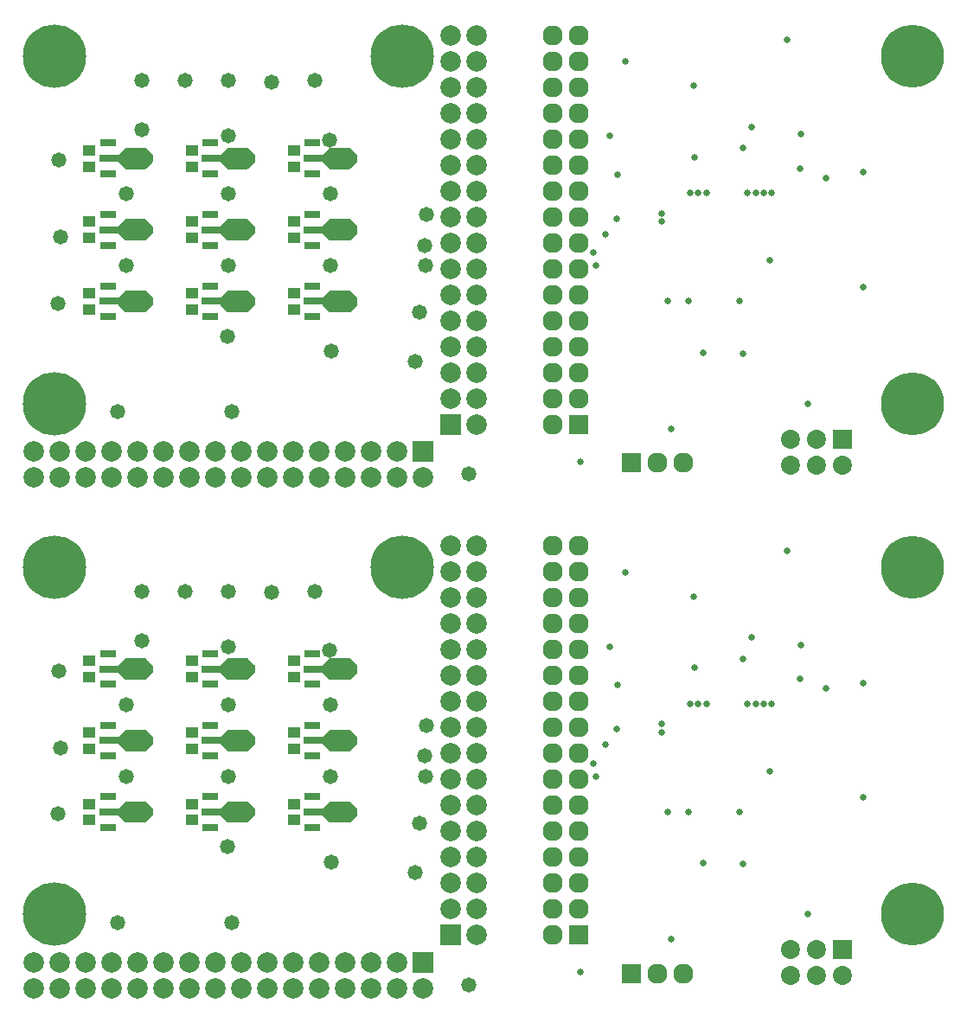
<source format=gbs>
G04 Layer_Color=16711935*
%FSLAX25Y25*%
%MOIN*%
G70*
G01*
G75*
%ADD46R,0.04737X0.04343*%
%ADD47R,0.06312X0.03162*%
%ADD48R,0.07887X0.03162*%
%ADD56C,0.24422*%
%ADD57R,0.07887X0.07887*%
%ADD58C,0.07887*%
%ADD59R,0.07887X0.07887*%
%ADD60C,0.05800*%
%ADD61C,0.07717*%
%ADD62R,0.07717X0.07717*%
%ADD63R,0.07717X0.07717*%
%ADD64C,0.07323*%
%ADD65R,0.07323X0.07323*%
%ADD66C,0.24252*%
%ADD67C,0.02598*%
G36*
X133320Y86815D02*
X133371Y86805D01*
X133421Y86788D01*
X133468Y86765D01*
X133512Y86735D01*
X133551Y86701D01*
X136110Y84142D01*
X136145Y84102D01*
X136174Y84059D01*
X136197Y84012D01*
X136214Y83962D01*
X136224Y83911D01*
X136228Y83858D01*
Y81496D01*
X136224Y81444D01*
X136214Y81392D01*
X136197Y81343D01*
X136174Y81296D01*
X136145Y81252D01*
X136110Y81213D01*
X133551Y78654D01*
X133512Y78619D01*
X133468Y78590D01*
X133421Y78567D01*
X133371Y78550D01*
X133320Y78540D01*
X133268Y78536D01*
X125787D01*
X125735Y78540D01*
X125684Y78550D01*
X125634Y78567D01*
X125587Y78590D01*
X125543Y78619D01*
X125504Y78654D01*
X122945Y81213D01*
X122910Y81252D01*
X122881Y81296D01*
X122858Y81343D01*
X122841Y81392D01*
X122831Y81444D01*
X122827Y81496D01*
Y83858D01*
X122831Y83911D01*
X122841Y83962D01*
X122858Y84012D01*
X122881Y84059D01*
X122910Y84102D01*
X122945Y84142D01*
X125504Y86701D01*
X125543Y86735D01*
X125587Y86765D01*
X125634Y86788D01*
X125684Y86805D01*
X125735Y86815D01*
X125787Y86818D01*
X133268D01*
X133320Y86815D01*
D02*
G37*
G36*
X54580Y114374D02*
X54631Y114364D01*
X54681Y114347D01*
X54728Y114324D01*
X54772Y114295D01*
X54811Y114260D01*
X57370Y111701D01*
X57405Y111661D01*
X57434Y111618D01*
X57457Y111571D01*
X57474Y111521D01*
X57484Y111470D01*
X57487Y111417D01*
Y109055D01*
X57484Y109003D01*
X57474Y108951D01*
X57457Y108902D01*
X57434Y108855D01*
X57405Y108811D01*
X57370Y108772D01*
X54811Y106213D01*
X54772Y106178D01*
X54728Y106149D01*
X54681Y106126D01*
X54631Y106109D01*
X54580Y106099D01*
X54528Y106095D01*
X47047D01*
X46995Y106099D01*
X46944Y106109D01*
X46894Y106126D01*
X46847Y106149D01*
X46803Y106178D01*
X46764Y106213D01*
X44205Y108772D01*
X44170Y108811D01*
X44141Y108855D01*
X44118Y108902D01*
X44101Y108951D01*
X44091Y109003D01*
X44087Y109055D01*
Y111417D01*
X44091Y111470D01*
X44101Y111521D01*
X44118Y111571D01*
X44141Y111618D01*
X44170Y111661D01*
X44205Y111701D01*
X46764Y114260D01*
X46803Y114295D01*
X46847Y114324D01*
X46894Y114347D01*
X46944Y114364D01*
X46995Y114374D01*
X47047Y114377D01*
X54528D01*
X54580Y114374D01*
D02*
G37*
G36*
Y86815D02*
X54631Y86805D01*
X54681Y86788D01*
X54728Y86765D01*
X54772Y86735D01*
X54811Y86701D01*
X57370Y84142D01*
X57405Y84102D01*
X57434Y84059D01*
X57457Y84012D01*
X57474Y83962D01*
X57484Y83911D01*
X57487Y83858D01*
Y81496D01*
X57484Y81444D01*
X57474Y81392D01*
X57457Y81343D01*
X57434Y81296D01*
X57405Y81252D01*
X57370Y81213D01*
X54811Y78654D01*
X54772Y78619D01*
X54728Y78590D01*
X54681Y78567D01*
X54631Y78550D01*
X54580Y78540D01*
X54528Y78536D01*
X47047D01*
X46995Y78540D01*
X46944Y78550D01*
X46894Y78567D01*
X46847Y78590D01*
X46803Y78619D01*
X46764Y78654D01*
X44205Y81213D01*
X44170Y81252D01*
X44141Y81296D01*
X44118Y81343D01*
X44101Y81392D01*
X44091Y81444D01*
X44087Y81496D01*
Y83858D01*
X44091Y83911D01*
X44101Y83962D01*
X44118Y84012D01*
X44141Y84059D01*
X44170Y84102D01*
X44205Y84142D01*
X46764Y86701D01*
X46803Y86735D01*
X46847Y86765D01*
X46894Y86788D01*
X46944Y86805D01*
X46995Y86815D01*
X47047Y86818D01*
X54528D01*
X54580Y86815D01*
D02*
G37*
G36*
X93950D02*
X94001Y86805D01*
X94051Y86788D01*
X94098Y86765D01*
X94142Y86735D01*
X94181Y86701D01*
X96740Y84142D01*
X96775Y84102D01*
X96804Y84059D01*
X96827Y84012D01*
X96844Y83962D01*
X96854Y83911D01*
X96858Y83858D01*
Y81496D01*
X96854Y81444D01*
X96844Y81392D01*
X96827Y81343D01*
X96804Y81296D01*
X96775Y81252D01*
X96740Y81213D01*
X94181Y78654D01*
X94142Y78619D01*
X94098Y78590D01*
X94051Y78567D01*
X94001Y78550D01*
X93950Y78540D01*
X93898Y78536D01*
X86417D01*
X86365Y78540D01*
X86314Y78550D01*
X86264Y78567D01*
X86217Y78590D01*
X86173Y78619D01*
X86134Y78654D01*
X83575Y81213D01*
X83540Y81252D01*
X83511Y81296D01*
X83488Y81343D01*
X83471Y81392D01*
X83461Y81444D01*
X83457Y81496D01*
Y83858D01*
X83461Y83911D01*
X83471Y83962D01*
X83488Y84012D01*
X83511Y84059D01*
X83540Y84102D01*
X83575Y84142D01*
X86134Y86701D01*
X86173Y86735D01*
X86217Y86765D01*
X86264Y86788D01*
X86314Y86805D01*
X86365Y86815D01*
X86417Y86818D01*
X93898D01*
X93950Y86815D01*
D02*
G37*
G36*
Y114374D02*
X94001Y114364D01*
X94051Y114347D01*
X94098Y114324D01*
X94142Y114295D01*
X94181Y114260D01*
X96740Y111701D01*
X96775Y111661D01*
X96804Y111618D01*
X96827Y111571D01*
X96844Y111521D01*
X96854Y111470D01*
X96858Y111417D01*
Y109055D01*
X96854Y109003D01*
X96844Y108951D01*
X96827Y108902D01*
X96804Y108855D01*
X96775Y108811D01*
X96740Y108772D01*
X94181Y106213D01*
X94142Y106178D01*
X94098Y106149D01*
X94051Y106126D01*
X94001Y106109D01*
X93950Y106099D01*
X93898Y106095D01*
X86417D01*
X86365Y106099D01*
X86314Y106109D01*
X86264Y106126D01*
X86217Y106149D01*
X86173Y106178D01*
X86134Y106213D01*
X83575Y108772D01*
X83540Y108811D01*
X83511Y108855D01*
X83488Y108902D01*
X83471Y108951D01*
X83461Y109003D01*
X83457Y109055D01*
Y111417D01*
X83461Y111470D01*
X83471Y111521D01*
X83488Y111571D01*
X83511Y111618D01*
X83540Y111661D01*
X83575Y111701D01*
X86134Y114260D01*
X86173Y114295D01*
X86217Y114324D01*
X86264Y114347D01*
X86314Y114364D01*
X86365Y114374D01*
X86417Y114377D01*
X93898D01*
X93950Y114374D01*
D02*
G37*
G36*
Y141933D02*
X94001Y141923D01*
X94051Y141906D01*
X94098Y141883D01*
X94142Y141853D01*
X94181Y141819D01*
X96740Y139260D01*
X96775Y139220D01*
X96804Y139177D01*
X96827Y139130D01*
X96844Y139080D01*
X96854Y139029D01*
X96858Y138976D01*
Y136614D01*
X96854Y136562D01*
X96844Y136511D01*
X96827Y136461D01*
X96804Y136414D01*
X96775Y136370D01*
X96740Y136331D01*
X94181Y133772D01*
X94142Y133737D01*
X94098Y133708D01*
X94051Y133685D01*
X94001Y133668D01*
X93950Y133658D01*
X93898Y133654D01*
X86417D01*
X86365Y133658D01*
X86314Y133668D01*
X86264Y133685D01*
X86217Y133708D01*
X86173Y133737D01*
X86134Y133772D01*
X83575Y136331D01*
X83540Y136370D01*
X83511Y136414D01*
X83488Y136461D01*
X83471Y136511D01*
X83461Y136562D01*
X83457Y136614D01*
Y138976D01*
X83461Y139029D01*
X83471Y139080D01*
X83488Y139130D01*
X83511Y139177D01*
X83540Y139220D01*
X83575Y139260D01*
X86134Y141819D01*
X86173Y141853D01*
X86217Y141883D01*
X86264Y141906D01*
X86314Y141923D01*
X86365Y141933D01*
X86417Y141936D01*
X93898D01*
X93950Y141933D01*
D02*
G37*
G36*
X133320D02*
X133371Y141923D01*
X133421Y141906D01*
X133468Y141883D01*
X133512Y141853D01*
X133551Y141819D01*
X136110Y139260D01*
X136145Y139220D01*
X136174Y139177D01*
X136197Y139130D01*
X136214Y139080D01*
X136224Y139029D01*
X136228Y138976D01*
Y136614D01*
X136224Y136562D01*
X136214Y136511D01*
X136197Y136461D01*
X136174Y136414D01*
X136145Y136370D01*
X136110Y136331D01*
X133551Y133772D01*
X133512Y133737D01*
X133468Y133708D01*
X133421Y133685D01*
X133371Y133668D01*
X133320Y133658D01*
X133268Y133654D01*
X125787D01*
X125735Y133658D01*
X125684Y133668D01*
X125634Y133685D01*
X125587Y133708D01*
X125543Y133737D01*
X125504Y133772D01*
X122945Y136331D01*
X122910Y136370D01*
X122881Y136414D01*
X122858Y136461D01*
X122841Y136511D01*
X122831Y136562D01*
X122827Y136614D01*
Y138976D01*
X122831Y139029D01*
X122841Y139080D01*
X122858Y139130D01*
X122881Y139177D01*
X122910Y139220D01*
X122945Y139260D01*
X125504Y141819D01*
X125543Y141853D01*
X125587Y141883D01*
X125634Y141906D01*
X125684Y141923D01*
X125735Y141933D01*
X125787Y141936D01*
X133268D01*
X133320Y141933D01*
D02*
G37*
G36*
X133362Y114374D02*
X133414Y114364D01*
X133464Y114347D01*
X133511Y114324D01*
X133554Y114295D01*
X133594Y114260D01*
X136153Y111701D01*
X136187Y111661D01*
X136216Y111618D01*
X136240Y111571D01*
X136256Y111521D01*
X136267Y111470D01*
X136270Y111417D01*
Y109055D01*
X136267Y109003D01*
X136256Y108951D01*
X136240Y108902D01*
X136216Y108855D01*
X136187Y108811D01*
X136153Y108772D01*
X133594Y106213D01*
X133554Y106178D01*
X133511Y106149D01*
X133464Y106126D01*
X133414Y106109D01*
X133362Y106099D01*
X133310Y106095D01*
X125830D01*
X125777Y106099D01*
X125726Y106109D01*
X125676Y106126D01*
X125629Y106149D01*
X125586Y106178D01*
X125546Y106213D01*
X122987Y108772D01*
X122953Y108811D01*
X122924Y108855D01*
X122900Y108902D01*
X122884Y108951D01*
X122873Y109003D01*
X122870Y109055D01*
Y111417D01*
X122873Y111470D01*
X122884Y111521D01*
X122900Y111571D01*
X122924Y111618D01*
X122953Y111661D01*
X122987Y111701D01*
X125546Y114260D01*
X125586Y114295D01*
X125629Y114324D01*
X125676Y114347D01*
X125726Y114364D01*
X125777Y114374D01*
X125830Y114377D01*
X133310D01*
X133362Y114374D01*
D02*
G37*
G36*
X54580Y141933D02*
X54631Y141923D01*
X54681Y141906D01*
X54728Y141883D01*
X54772Y141853D01*
X54811Y141819D01*
X57370Y139260D01*
X57405Y139220D01*
X57434Y139177D01*
X57457Y139130D01*
X57474Y139080D01*
X57484Y139029D01*
X57487Y138976D01*
Y136614D01*
X57484Y136562D01*
X57474Y136511D01*
X57457Y136461D01*
X57434Y136414D01*
X57405Y136370D01*
X57370Y136331D01*
X54811Y133772D01*
X54772Y133737D01*
X54728Y133708D01*
X54681Y133685D01*
X54631Y133668D01*
X54580Y133658D01*
X54528Y133654D01*
X47047D01*
X46995Y133658D01*
X46944Y133668D01*
X46894Y133685D01*
X46847Y133708D01*
X46803Y133737D01*
X46764Y133772D01*
X44205Y136331D01*
X44170Y136370D01*
X44141Y136414D01*
X44118Y136461D01*
X44101Y136511D01*
X44091Y136562D01*
X44087Y136614D01*
Y138976D01*
X44091Y139029D01*
X44101Y139080D01*
X44118Y139130D01*
X44141Y139177D01*
X44170Y139220D01*
X44205Y139260D01*
X46764Y141819D01*
X46803Y141853D01*
X46847Y141883D01*
X46894Y141906D01*
X46944Y141923D01*
X46995Y141933D01*
X47047Y141936D01*
X54528D01*
X54580Y141933D01*
D02*
G37*
G36*
X133320Y283665D02*
X133371Y283655D01*
X133421Y283638D01*
X133468Y283615D01*
X133512Y283586D01*
X133551Y283551D01*
X136110Y280992D01*
X136145Y280953D01*
X136174Y280909D01*
X136197Y280862D01*
X136214Y280813D01*
X136224Y280761D01*
X136228Y280709D01*
Y278346D01*
X136224Y278294D01*
X136214Y278243D01*
X136197Y278193D01*
X136174Y278146D01*
X136145Y278102D01*
X136110Y278063D01*
X133551Y275504D01*
X133512Y275469D01*
X133468Y275440D01*
X133421Y275417D01*
X133371Y275400D01*
X133320Y275390D01*
X133268Y275387D01*
X125787D01*
X125735Y275390D01*
X125684Y275400D01*
X125634Y275417D01*
X125587Y275440D01*
X125543Y275469D01*
X125504Y275504D01*
X122945Y278063D01*
X122910Y278102D01*
X122881Y278146D01*
X122858Y278193D01*
X122841Y278243D01*
X122831Y278294D01*
X122827Y278346D01*
Y280709D01*
X122831Y280761D01*
X122841Y280813D01*
X122858Y280862D01*
X122881Y280909D01*
X122910Y280953D01*
X122945Y280992D01*
X125504Y283551D01*
X125543Y283586D01*
X125587Y283615D01*
X125634Y283638D01*
X125684Y283655D01*
X125735Y283665D01*
X125787Y283669D01*
X133268D01*
X133320Y283665D01*
D02*
G37*
G36*
X54580Y311224D02*
X54631Y311214D01*
X54681Y311197D01*
X54728Y311174D01*
X54772Y311145D01*
X54811Y311110D01*
X57370Y308551D01*
X57405Y308512D01*
X57434Y308468D01*
X57457Y308421D01*
X57474Y308371D01*
X57484Y308320D01*
X57487Y308268D01*
Y305906D01*
X57484Y305853D01*
X57474Y305802D01*
X57457Y305752D01*
X57434Y305705D01*
X57405Y305662D01*
X57370Y305622D01*
X54811Y303063D01*
X54772Y303028D01*
X54728Y302999D01*
X54681Y302976D01*
X54631Y302959D01*
X54580Y302949D01*
X54528Y302946D01*
X47047D01*
X46995Y302949D01*
X46944Y302959D01*
X46894Y302976D01*
X46847Y302999D01*
X46803Y303028D01*
X46764Y303063D01*
X44205Y305622D01*
X44170Y305662D01*
X44141Y305705D01*
X44118Y305752D01*
X44101Y305802D01*
X44091Y305853D01*
X44087Y305906D01*
Y308268D01*
X44091Y308320D01*
X44101Y308371D01*
X44118Y308421D01*
X44141Y308468D01*
X44170Y308512D01*
X44205Y308551D01*
X46764Y311110D01*
X46803Y311145D01*
X46847Y311174D01*
X46894Y311197D01*
X46944Y311214D01*
X46995Y311224D01*
X47047Y311228D01*
X54528D01*
X54580Y311224D01*
D02*
G37*
G36*
Y283665D02*
X54631Y283655D01*
X54681Y283638D01*
X54728Y283615D01*
X54772Y283586D01*
X54811Y283551D01*
X57370Y280992D01*
X57405Y280953D01*
X57434Y280909D01*
X57457Y280862D01*
X57474Y280813D01*
X57484Y280761D01*
X57487Y280709D01*
Y278346D01*
X57484Y278294D01*
X57474Y278243D01*
X57457Y278193D01*
X57434Y278146D01*
X57405Y278102D01*
X57370Y278063D01*
X54811Y275504D01*
X54772Y275469D01*
X54728Y275440D01*
X54681Y275417D01*
X54631Y275400D01*
X54580Y275390D01*
X54528Y275387D01*
X47047D01*
X46995Y275390D01*
X46944Y275400D01*
X46894Y275417D01*
X46847Y275440D01*
X46803Y275469D01*
X46764Y275504D01*
X44205Y278063D01*
X44170Y278102D01*
X44141Y278146D01*
X44118Y278193D01*
X44101Y278243D01*
X44091Y278294D01*
X44087Y278346D01*
Y280709D01*
X44091Y280761D01*
X44101Y280813D01*
X44118Y280862D01*
X44141Y280909D01*
X44170Y280953D01*
X44205Y280992D01*
X46764Y283551D01*
X46803Y283586D01*
X46847Y283615D01*
X46894Y283638D01*
X46944Y283655D01*
X46995Y283665D01*
X47047Y283669D01*
X54528D01*
X54580Y283665D01*
D02*
G37*
G36*
X93950D02*
X94001Y283655D01*
X94051Y283638D01*
X94098Y283615D01*
X94142Y283586D01*
X94181Y283551D01*
X96740Y280992D01*
X96775Y280953D01*
X96804Y280909D01*
X96827Y280862D01*
X96844Y280813D01*
X96854Y280761D01*
X96858Y280709D01*
Y278346D01*
X96854Y278294D01*
X96844Y278243D01*
X96827Y278193D01*
X96804Y278146D01*
X96775Y278102D01*
X96740Y278063D01*
X94181Y275504D01*
X94142Y275469D01*
X94098Y275440D01*
X94051Y275417D01*
X94001Y275400D01*
X93950Y275390D01*
X93898Y275387D01*
X86417D01*
X86365Y275390D01*
X86314Y275400D01*
X86264Y275417D01*
X86217Y275440D01*
X86173Y275469D01*
X86134Y275504D01*
X83575Y278063D01*
X83540Y278102D01*
X83511Y278146D01*
X83488Y278193D01*
X83471Y278243D01*
X83461Y278294D01*
X83457Y278346D01*
Y280709D01*
X83461Y280761D01*
X83471Y280813D01*
X83488Y280862D01*
X83511Y280909D01*
X83540Y280953D01*
X83575Y280992D01*
X86134Y283551D01*
X86173Y283586D01*
X86217Y283615D01*
X86264Y283638D01*
X86314Y283655D01*
X86365Y283665D01*
X86417Y283669D01*
X93898D01*
X93950Y283665D01*
D02*
G37*
G36*
Y311224D02*
X94001Y311214D01*
X94051Y311197D01*
X94098Y311174D01*
X94142Y311145D01*
X94181Y311110D01*
X96740Y308551D01*
X96775Y308512D01*
X96804Y308468D01*
X96827Y308421D01*
X96844Y308371D01*
X96854Y308320D01*
X96858Y308268D01*
Y305906D01*
X96854Y305853D01*
X96844Y305802D01*
X96827Y305752D01*
X96804Y305705D01*
X96775Y305662D01*
X96740Y305622D01*
X94181Y303063D01*
X94142Y303028D01*
X94098Y302999D01*
X94051Y302976D01*
X94001Y302959D01*
X93950Y302949D01*
X93898Y302946D01*
X86417D01*
X86365Y302949D01*
X86314Y302959D01*
X86264Y302976D01*
X86217Y302999D01*
X86173Y303028D01*
X86134Y303063D01*
X83575Y305622D01*
X83540Y305662D01*
X83511Y305705D01*
X83488Y305752D01*
X83471Y305802D01*
X83461Y305853D01*
X83457Y305906D01*
Y308268D01*
X83461Y308320D01*
X83471Y308371D01*
X83488Y308421D01*
X83511Y308468D01*
X83540Y308512D01*
X83575Y308551D01*
X86134Y311110D01*
X86173Y311145D01*
X86217Y311174D01*
X86264Y311197D01*
X86314Y311214D01*
X86365Y311224D01*
X86417Y311228D01*
X93898D01*
X93950Y311224D01*
D02*
G37*
G36*
Y338783D02*
X94001Y338773D01*
X94051Y338756D01*
X94098Y338733D01*
X94142Y338704D01*
X94181Y338669D01*
X96740Y336110D01*
X96775Y336071D01*
X96804Y336027D01*
X96827Y335980D01*
X96844Y335931D01*
X96854Y335879D01*
X96858Y335827D01*
Y333465D01*
X96854Y333412D01*
X96844Y333361D01*
X96827Y333311D01*
X96804Y333264D01*
X96775Y333221D01*
X96740Y333181D01*
X94181Y330622D01*
X94142Y330588D01*
X94098Y330558D01*
X94051Y330535D01*
X94001Y330518D01*
X93950Y330508D01*
X93898Y330505D01*
X86417D01*
X86365Y330508D01*
X86314Y330518D01*
X86264Y330535D01*
X86217Y330558D01*
X86173Y330588D01*
X86134Y330622D01*
X83575Y333181D01*
X83540Y333221D01*
X83511Y333264D01*
X83488Y333311D01*
X83471Y333361D01*
X83461Y333412D01*
X83457Y333465D01*
Y335827D01*
X83461Y335879D01*
X83471Y335931D01*
X83488Y335980D01*
X83511Y336027D01*
X83540Y336071D01*
X83575Y336110D01*
X86134Y338669D01*
X86173Y338704D01*
X86217Y338733D01*
X86264Y338756D01*
X86314Y338773D01*
X86365Y338783D01*
X86417Y338787D01*
X93898D01*
X93950Y338783D01*
D02*
G37*
G36*
X133320D02*
X133371Y338773D01*
X133421Y338756D01*
X133468Y338733D01*
X133512Y338704D01*
X133551Y338669D01*
X136110Y336110D01*
X136145Y336071D01*
X136174Y336027D01*
X136197Y335980D01*
X136214Y335931D01*
X136224Y335879D01*
X136228Y335827D01*
Y333465D01*
X136224Y333412D01*
X136214Y333361D01*
X136197Y333311D01*
X136174Y333264D01*
X136145Y333221D01*
X136110Y333181D01*
X133551Y330622D01*
X133512Y330588D01*
X133468Y330558D01*
X133421Y330535D01*
X133371Y330518D01*
X133320Y330508D01*
X133268Y330505D01*
X125787D01*
X125735Y330508D01*
X125684Y330518D01*
X125634Y330535D01*
X125587Y330558D01*
X125543Y330588D01*
X125504Y330622D01*
X122945Y333181D01*
X122910Y333221D01*
X122881Y333264D01*
X122858Y333311D01*
X122841Y333361D01*
X122831Y333412D01*
X122827Y333465D01*
Y335827D01*
X122831Y335879D01*
X122841Y335931D01*
X122858Y335980D01*
X122881Y336027D01*
X122910Y336071D01*
X122945Y336110D01*
X125504Y338669D01*
X125543Y338704D01*
X125587Y338733D01*
X125634Y338756D01*
X125684Y338773D01*
X125735Y338783D01*
X125787Y338787D01*
X133268D01*
X133320Y338783D01*
D02*
G37*
G36*
X133362Y311224D02*
X133414Y311214D01*
X133464Y311197D01*
X133511Y311174D01*
X133554Y311145D01*
X133594Y311110D01*
X136153Y308551D01*
X136187Y308512D01*
X136216Y308468D01*
X136240Y308421D01*
X136256Y308371D01*
X136267Y308320D01*
X136270Y308268D01*
Y305906D01*
X136267Y305853D01*
X136256Y305802D01*
X136240Y305752D01*
X136216Y305705D01*
X136187Y305662D01*
X136153Y305622D01*
X133594Y303063D01*
X133554Y303028D01*
X133511Y302999D01*
X133464Y302976D01*
X133414Y302959D01*
X133362Y302949D01*
X133310Y302946D01*
X125830D01*
X125777Y302949D01*
X125726Y302959D01*
X125676Y302976D01*
X125629Y302999D01*
X125586Y303028D01*
X125546Y303063D01*
X122987Y305622D01*
X122953Y305662D01*
X122924Y305705D01*
X122900Y305752D01*
X122884Y305802D01*
X122873Y305853D01*
X122870Y305906D01*
Y308268D01*
X122873Y308320D01*
X122884Y308371D01*
X122900Y308421D01*
X122924Y308468D01*
X122953Y308512D01*
X122987Y308551D01*
X125546Y311110D01*
X125586Y311145D01*
X125629Y311174D01*
X125676Y311197D01*
X125726Y311214D01*
X125777Y311224D01*
X125830Y311228D01*
X133310D01*
X133362Y311224D01*
D02*
G37*
G36*
X54580Y338783D02*
X54631Y338773D01*
X54681Y338756D01*
X54728Y338733D01*
X54772Y338704D01*
X54811Y338669D01*
X57370Y336110D01*
X57405Y336071D01*
X57434Y336027D01*
X57457Y335980D01*
X57474Y335931D01*
X57484Y335879D01*
X57487Y335827D01*
Y333465D01*
X57484Y333412D01*
X57474Y333361D01*
X57457Y333311D01*
X57434Y333264D01*
X57405Y333221D01*
X57370Y333181D01*
X54811Y330622D01*
X54772Y330588D01*
X54728Y330558D01*
X54681Y330535D01*
X54631Y330518D01*
X54580Y330508D01*
X54528Y330505D01*
X47047D01*
X46995Y330508D01*
X46944Y330518D01*
X46894Y330535D01*
X46847Y330558D01*
X46803Y330588D01*
X46764Y330622D01*
X44205Y333181D01*
X44170Y333221D01*
X44141Y333264D01*
X44118Y333311D01*
X44101Y333361D01*
X44091Y333412D01*
X44087Y333465D01*
Y335827D01*
X44091Y335879D01*
X44101Y335931D01*
X44118Y335980D01*
X44141Y336027D01*
X44170Y336071D01*
X44205Y336110D01*
X46764Y338669D01*
X46803Y338704D01*
X46847Y338733D01*
X46894Y338756D01*
X46944Y338773D01*
X46995Y338783D01*
X47047Y338787D01*
X54528D01*
X54580Y338783D01*
D02*
G37*
D46*
X72441Y134646D02*
D03*
Y140945D02*
D03*
Y107087D02*
D03*
Y113386D02*
D03*
Y79528D02*
D03*
Y85827D02*
D03*
X111811Y134646D02*
D03*
Y140945D02*
D03*
Y107087D02*
D03*
Y113386D02*
D03*
Y79528D02*
D03*
Y85827D02*
D03*
X33071Y79528D02*
D03*
Y85827D02*
D03*
Y107087D02*
D03*
Y113386D02*
D03*
Y134646D02*
D03*
Y140945D02*
D03*
X72441Y331496D02*
D03*
Y337795D02*
D03*
Y303937D02*
D03*
Y310236D02*
D03*
Y276378D02*
D03*
Y282677D02*
D03*
X111811Y331496D02*
D03*
Y337795D02*
D03*
Y303937D02*
D03*
Y310236D02*
D03*
Y276378D02*
D03*
Y282677D02*
D03*
X33071Y276378D02*
D03*
Y282677D02*
D03*
Y303937D02*
D03*
Y310236D02*
D03*
Y331496D02*
D03*
Y337795D02*
D03*
D47*
X40157Y143701D02*
D03*
Y131890D02*
D03*
Y116142D02*
D03*
Y104331D02*
D03*
Y88583D02*
D03*
Y76772D02*
D03*
X79528Y88583D02*
D03*
Y76772D02*
D03*
Y116142D02*
D03*
Y104331D02*
D03*
Y143701D02*
D03*
Y131890D02*
D03*
X118898Y143701D02*
D03*
Y131890D02*
D03*
X118940Y116142D02*
D03*
Y104331D02*
D03*
X118898Y88583D02*
D03*
Y76772D02*
D03*
X40157Y340551D02*
D03*
Y328740D02*
D03*
Y312992D02*
D03*
Y301181D02*
D03*
Y285433D02*
D03*
Y273622D02*
D03*
X79528Y285433D02*
D03*
Y273622D02*
D03*
Y312992D02*
D03*
Y301181D02*
D03*
Y340551D02*
D03*
Y328740D02*
D03*
X118898Y340551D02*
D03*
Y328740D02*
D03*
X118940Y312992D02*
D03*
Y301181D02*
D03*
X118898Y285433D02*
D03*
Y273622D02*
D03*
D48*
X40945Y137795D02*
D03*
Y110236D02*
D03*
Y82677D02*
D03*
X80315D02*
D03*
Y110236D02*
D03*
Y137795D02*
D03*
X119685D02*
D03*
X119728Y110236D02*
D03*
X119685Y82677D02*
D03*
X40945Y334646D02*
D03*
Y307087D02*
D03*
Y279528D02*
D03*
X80315D02*
D03*
Y307087D02*
D03*
Y334646D02*
D03*
X119685D02*
D03*
X119728Y307087D02*
D03*
X119685Y279528D02*
D03*
D56*
X153543Y177165D02*
D03*
X19685Y43307D02*
D03*
Y177165D02*
D03*
X153543Y374016D02*
D03*
X19685Y240158D02*
D03*
Y374016D02*
D03*
D57*
X172165Y35236D02*
D03*
Y232087D02*
D03*
D58*
Y45236D02*
D03*
Y55236D02*
D03*
Y65236D02*
D03*
Y75236D02*
D03*
Y85236D02*
D03*
Y95236D02*
D03*
Y105236D02*
D03*
Y115236D02*
D03*
Y125236D02*
D03*
Y135236D02*
D03*
Y145236D02*
D03*
Y155236D02*
D03*
Y165236D02*
D03*
Y175236D02*
D03*
Y185236D02*
D03*
X182165Y35236D02*
D03*
Y45236D02*
D03*
Y55236D02*
D03*
Y65236D02*
D03*
Y75236D02*
D03*
Y85236D02*
D03*
Y95236D02*
D03*
Y105236D02*
D03*
Y115236D02*
D03*
Y125236D02*
D03*
Y135236D02*
D03*
Y145236D02*
D03*
Y155236D02*
D03*
Y165236D02*
D03*
Y175236D02*
D03*
Y185236D02*
D03*
X11614Y24685D02*
D03*
X21614D02*
D03*
X31614D02*
D03*
X41614D02*
D03*
X51614D02*
D03*
X61614D02*
D03*
X71614D02*
D03*
X81614D02*
D03*
X91614D02*
D03*
X101614D02*
D03*
X111614D02*
D03*
X121614D02*
D03*
X131614D02*
D03*
X141614D02*
D03*
X151614D02*
D03*
X161614Y14685D02*
D03*
X151614D02*
D03*
X141614D02*
D03*
X131614D02*
D03*
X121614D02*
D03*
X111614D02*
D03*
X101614D02*
D03*
X91614D02*
D03*
X81614D02*
D03*
X71614D02*
D03*
X61614D02*
D03*
X51614D02*
D03*
X41614D02*
D03*
X31614D02*
D03*
X21614D02*
D03*
X11614D02*
D03*
X172165Y242087D02*
D03*
Y252087D02*
D03*
Y262087D02*
D03*
Y272087D02*
D03*
Y282087D02*
D03*
Y292087D02*
D03*
Y302087D02*
D03*
Y312087D02*
D03*
Y322087D02*
D03*
Y332087D02*
D03*
Y342087D02*
D03*
Y352087D02*
D03*
Y362087D02*
D03*
Y372087D02*
D03*
Y382087D02*
D03*
X182165Y232087D02*
D03*
Y242087D02*
D03*
Y252087D02*
D03*
Y262087D02*
D03*
Y272087D02*
D03*
Y282087D02*
D03*
Y292087D02*
D03*
Y302087D02*
D03*
Y312087D02*
D03*
Y322087D02*
D03*
Y332087D02*
D03*
Y342087D02*
D03*
Y352087D02*
D03*
Y362087D02*
D03*
Y372087D02*
D03*
Y382087D02*
D03*
X11614Y221535D02*
D03*
X21614D02*
D03*
X31614D02*
D03*
X41614D02*
D03*
X51614D02*
D03*
X61614D02*
D03*
X71614D02*
D03*
X81614D02*
D03*
X91614D02*
D03*
X101614D02*
D03*
X111614D02*
D03*
X121614D02*
D03*
X131614D02*
D03*
X141614D02*
D03*
X151614D02*
D03*
X161614Y211536D02*
D03*
X151614D02*
D03*
X141614D02*
D03*
X131614D02*
D03*
X121614D02*
D03*
X111614D02*
D03*
X101614D02*
D03*
X91614D02*
D03*
X81614D02*
D03*
X71614D02*
D03*
X61614D02*
D03*
X51614D02*
D03*
X41614D02*
D03*
X31614D02*
D03*
X21614D02*
D03*
X11614D02*
D03*
D59*
X161614Y24685D02*
D03*
Y221535D02*
D03*
D60*
X179232Y16043D02*
D03*
X53150Y167717D02*
D03*
Y148819D02*
D03*
X86614Y146457D02*
D03*
X125591Y144882D02*
D03*
X162992Y116142D02*
D03*
X158661Y59449D02*
D03*
X160236Y78347D02*
D03*
X44094Y40157D02*
D03*
X20866Y81890D02*
D03*
X22047Y107480D02*
D03*
X21260Y137008D02*
D03*
X126378Y63386D02*
D03*
X87795Y40157D02*
D03*
X125984Y96457D02*
D03*
X86614D02*
D03*
X47244D02*
D03*
Y124016D02*
D03*
X86614D02*
D03*
X125984D02*
D03*
X162599Y96457D02*
D03*
X162205Y104331D02*
D03*
X86221Y69291D02*
D03*
X69882Y167717D02*
D03*
X120079D02*
D03*
X86614D02*
D03*
X103347Y167323D02*
D03*
X179232Y212894D02*
D03*
X53150Y364567D02*
D03*
Y345669D02*
D03*
X86614Y343307D02*
D03*
X125591Y341732D02*
D03*
X162992Y312992D02*
D03*
X158661Y256299D02*
D03*
X160236Y275197D02*
D03*
X44094Y237008D02*
D03*
X20866Y278740D02*
D03*
X22047Y304331D02*
D03*
X21260Y333858D02*
D03*
X126378Y260236D02*
D03*
X87795Y237008D02*
D03*
X125984Y293307D02*
D03*
X86614D02*
D03*
X47244D02*
D03*
Y320866D02*
D03*
X86614D02*
D03*
X125984D02*
D03*
X162599Y293307D02*
D03*
X162205Y301181D02*
D03*
X86221Y266142D02*
D03*
X69882Y364567D02*
D03*
X120079D02*
D03*
X86614D02*
D03*
X103347Y364173D02*
D03*
D61*
X211536Y185236D02*
D03*
Y175236D02*
D03*
Y165236D02*
D03*
Y155236D02*
D03*
Y145236D02*
D03*
Y135236D02*
D03*
Y125236D02*
D03*
Y115236D02*
D03*
Y105236D02*
D03*
Y95236D02*
D03*
Y85236D02*
D03*
Y75236D02*
D03*
Y65236D02*
D03*
Y55236D02*
D03*
Y45236D02*
D03*
Y35236D02*
D03*
X221535Y45236D02*
D03*
Y55236D02*
D03*
Y65236D02*
D03*
Y75236D02*
D03*
Y85236D02*
D03*
Y95236D02*
D03*
Y105236D02*
D03*
Y115236D02*
D03*
Y125236D02*
D03*
Y135236D02*
D03*
Y145236D02*
D03*
Y155236D02*
D03*
Y165236D02*
D03*
Y175236D02*
D03*
Y185236D02*
D03*
X261968Y20472D02*
D03*
X251969D02*
D03*
X211536Y382087D02*
D03*
Y372087D02*
D03*
Y362087D02*
D03*
Y352087D02*
D03*
Y342087D02*
D03*
Y332087D02*
D03*
Y322087D02*
D03*
Y312087D02*
D03*
Y302087D02*
D03*
Y292087D02*
D03*
Y282087D02*
D03*
Y272087D02*
D03*
Y262087D02*
D03*
Y252087D02*
D03*
Y242087D02*
D03*
Y232087D02*
D03*
X221535Y242087D02*
D03*
Y252087D02*
D03*
Y262087D02*
D03*
Y272087D02*
D03*
Y282087D02*
D03*
Y292087D02*
D03*
Y302087D02*
D03*
Y312087D02*
D03*
Y322087D02*
D03*
Y332087D02*
D03*
Y342087D02*
D03*
Y352087D02*
D03*
Y362087D02*
D03*
Y372087D02*
D03*
Y382087D02*
D03*
X261968Y217323D02*
D03*
X251969D02*
D03*
D62*
X221535Y35236D02*
D03*
Y232087D02*
D03*
D63*
X241968Y20472D02*
D03*
Y217323D02*
D03*
D64*
X303228Y19528D02*
D03*
Y29528D02*
D03*
X313228Y19528D02*
D03*
Y29528D02*
D03*
X323228Y19528D02*
D03*
X303228Y216378D02*
D03*
Y226378D02*
D03*
X313228Y216378D02*
D03*
Y226378D02*
D03*
X323228Y216378D02*
D03*
D65*
Y29528D02*
D03*
Y226378D02*
D03*
D66*
X350394Y43307D02*
D03*
Y177165D02*
D03*
Y240158D02*
D03*
Y374016D02*
D03*
D67*
X331398Y88189D02*
D03*
Y132480D02*
D03*
X257283Y33563D02*
D03*
X231890Y108563D02*
D03*
X227362Y101378D02*
D03*
X228150Y96358D02*
D03*
X233465Y146358D02*
D03*
X265945Y165748D02*
D03*
X222244Y20965D02*
D03*
X236221Y114665D02*
D03*
X239665Y175099D02*
D03*
X270866Y124508D02*
D03*
X267717Y124508D02*
D03*
X264567D02*
D03*
X292913D02*
D03*
X296063D02*
D03*
X295276Y98425D02*
D03*
X289764Y124508D02*
D03*
X286614D02*
D03*
X253445Y113386D02*
D03*
Y116535D02*
D03*
X236516Y131595D02*
D03*
X307087Y133858D02*
D03*
X263780Y82677D02*
D03*
X301969Y183465D02*
D03*
X288189Y150000D02*
D03*
X255906Y82677D02*
D03*
X316929Y130315D02*
D03*
X285039Y62599D02*
D03*
X269685Y62992D02*
D03*
X310039Y43307D02*
D03*
X283465Y82677D02*
D03*
X307185Y147047D02*
D03*
X284941Y141732D02*
D03*
X266142Y138287D02*
D03*
X331398Y285039D02*
D03*
Y329331D02*
D03*
X257283Y230414D02*
D03*
X231890Y305414D02*
D03*
X227362Y298228D02*
D03*
X228150Y293209D02*
D03*
X233465Y343209D02*
D03*
X265945Y362598D02*
D03*
X222244Y217815D02*
D03*
X236221Y311516D02*
D03*
X239665Y371949D02*
D03*
X270866Y321358D02*
D03*
X267717Y321358D02*
D03*
X264567D02*
D03*
X292913D02*
D03*
X296063D02*
D03*
X295276Y295276D02*
D03*
X289764Y321358D02*
D03*
X286614D02*
D03*
X253445Y310236D02*
D03*
Y313386D02*
D03*
X236516Y328445D02*
D03*
X307087Y330709D02*
D03*
X263780Y279528D02*
D03*
X301969Y380315D02*
D03*
X288189Y346850D02*
D03*
X255906Y279528D02*
D03*
X316929Y327165D02*
D03*
X285039Y259449D02*
D03*
X269685Y259843D02*
D03*
X310039Y240158D02*
D03*
X283465Y279528D02*
D03*
X307185Y343898D02*
D03*
X284941Y338583D02*
D03*
X266142Y335138D02*
D03*
M02*

</source>
